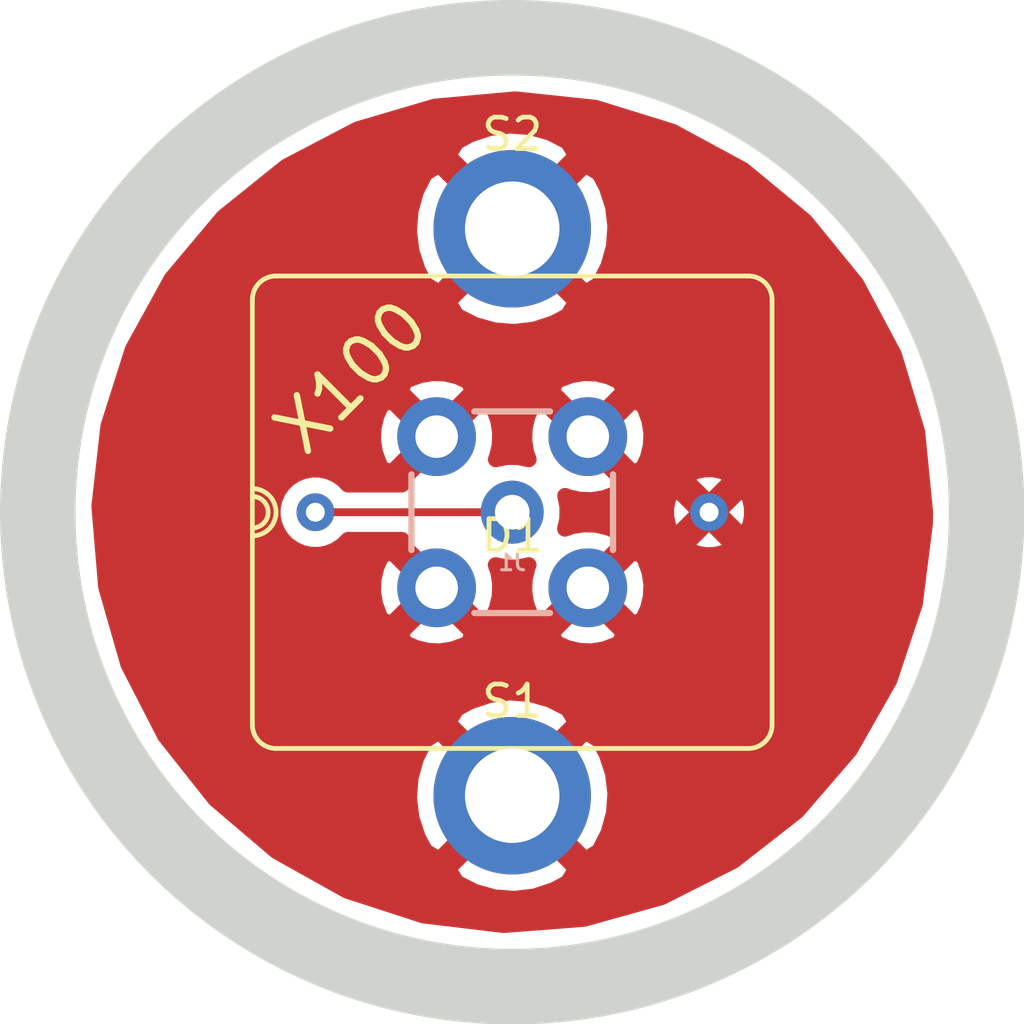
<source format=kicad_pcb>
(kicad_pcb (version 4) (host pcbnew 4.0.6)

  (general
    (links 0)
    (no_connects 0)
    (area 93.237131 64.937131 125.762869 97.462869)
    (thickness 1.6)
    (drawings 2)
    (tracks 2)
    (zones 0)
    (modules 4)
    (nets 3)
  )

  (page A4)
  (layers
    (0 F.Cu signal)
    (31 B.Cu signal)
    (32 B.Adhes user)
    (33 F.Adhes user)
    (34 B.Paste user)
    (35 F.Paste user)
    (36 B.SilkS user)
    (37 F.SilkS user)
    (38 B.Mask user)
    (39 F.Mask user)
    (40 Dwgs.User user)
    (41 Cmts.User user)
    (42 Eco1.User user)
    (43 Eco2.User user)
    (44 Edge.Cuts user)
    (45 Margin user)
    (46 B.CrtYd user)
    (47 F.CrtYd user)
    (48 B.Fab user)
    (49 F.Fab user)
  )

  (setup
    (last_trace_width 0.25)
    (trace_clearance 0.2)
    (zone_clearance 0.5)
    (zone_45_only no)
    (trace_min 0.2)
    (segment_width 0.2)
    (edge_width 0.15)
    (via_size 0.6)
    (via_drill 0.4)
    (via_min_size 0.4)
    (via_min_drill 0.3)
    (uvia_size 0.3)
    (uvia_drill 0.1)
    (uvias_allowed no)
    (uvia_min_size 0.2)
    (uvia_min_drill 0.1)
    (pcb_text_width 0.3)
    (pcb_text_size 1.5 1.5)
    (mod_edge_width 0.15)
    (mod_text_size 1 1)
    (mod_text_width 0.15)
    (pad_size 5 5)
    (pad_drill 3)
    (pad_to_mask_clearance 0.2)
    (aux_axis_origin 0 0)
    (visible_elements FFFFFF7F)
    (pcbplotparams
      (layerselection 0x00030_80000001)
      (usegerberextensions false)
      (excludeedgelayer true)
      (linewidth 0.050000)
      (plotframeref false)
      (viasonmask false)
      (mode 1)
      (useauxorigin false)
      (hpglpennumber 1)
      (hpglpenspeed 20)
      (hpglpendiameter 15)
      (hpglpenoverlay 2)
      (psnegative false)
      (psa4output false)
      (plotreference true)
      (plotvalue true)
      (plotinvisibletext false)
      (padsonsilk false)
      (subtractmaskfromsilk false)
      (outputformat 1)
      (mirror false)
      (drillshape 1)
      (scaleselection 1)
      (outputdirectory ""))
  )

  (net 0 "")
  (net 1 "Net-(D1-Pad1)")
  (net 2 "Net-(D1-Pad2)")

  (net_class Default "This is the default net class."
    (clearance 0.2)
    (trace_width 0.25)
    (via_dia 0.6)
    (via_drill 0.4)
    (uvia_dia 0.3)
    (uvia_drill 0.1)
    (add_net "Net-(D1-Pad1)")
    (add_net "Net-(D1-Pad2)")
  )

  (module local:X100-7-THD (layer F.Cu) (tedit 5A193BFD) (tstamp 5A193DFF)
    (at 109.5 81.2)
    (path /5A19395C)
    (fp_text reference D1 (at 0 0.75) (layer F.SilkS)
      (effects (font (size 1 1) (thickness 0.15)))
    )
    (fp_text value X100 (at 0 -1.25) (layer F.Fab)
      (effects (font (size 1 1) (thickness 0.15)))
    )
    (fp_arc (start -7.5 -6.75) (end -8.25 -6.75) (angle 90) (layer F.SilkS) (width 0.15))
    (fp_arc (start 7.5 -6.75) (end 7.5 -7.5) (angle 90) (layer F.SilkS) (width 0.15))
    (fp_arc (start 7.5 6.75) (end 8.25 6.75) (angle 90) (layer F.SilkS) (width 0.15))
    (fp_arc (start -7.5 6.75) (end -7.5 7.5) (angle 90) (layer F.SilkS) (width 0.15))
    (fp_arc (start -8.25 0) (end -8.25 -0.75) (angle 180) (layer F.SilkS) (width 0.15))
    (fp_arc (start -8.25 0) (end -8.25 -0.5) (angle 180) (layer F.SilkS) (width 0.15))
    (fp_line (start -8.25 6.75) (end -8.25 -6.75) (layer F.SilkS) (width 0.15))
    (fp_line (start 7.5 7.5) (end -7.5 7.5) (layer F.SilkS) (width 0.15))
    (fp_line (start 8.25 -6.75) (end 8.25 6.75) (layer F.SilkS) (width 0.15))
    (fp_line (start -7.5 -7.5) (end 7.5 -7.5) (layer F.SilkS) (width 0.15))
    (pad 1 thru_hole circle (at -6.25 0) (size 1.2 1.2) (drill 0.6) (layers *.Cu *.Mask)
      (net 1 "Net-(D1-Pad1)"))
    (pad 2 thru_hole circle (at 6.25 0) (size 1.2 1.2) (drill 0.6) (layers *.Cu *.Mask)
      (net 2 "Net-(D1-Pad2)"))
  )

  (module local:SMA_STRAIGHT_PCB_LPRS (layer B.Cu) (tedit 5A193AE9) (tstamp 5A193E0C)
    (at 109.5 81.2)
    (path /5A1938D0)
    (fp_text reference J1 (at 0 1.6) (layer B.SilkS)
      (effects (font (size 0.5 0.5) (thickness 0.1)) (justify mirror))
    )
    (fp_text value SMA (at 0 4.4) (layer B.Fab)
      (effects (font (size 0.5 0.5) (thickness 0.1)) (justify mirror))
    )
    (fp_line (start -3.2 -1.2) (end -3.2 1.2) (layer B.SilkS) (width 0.2))
    (fp_line (start 1.2 -3.2) (end -1.2 -3.2) (layer B.SilkS) (width 0.2))
    (fp_line (start 3.2 1.2) (end 3.2 -1.2) (layer B.SilkS) (width 0.2))
    (fp_line (start -1.2 3.2) (end 1.2 3.2) (layer B.SilkS) (width 0.2))
    (pad 1 thru_hole circle (at 0 0) (size 2 2) (drill 1.1) (layers *.Cu *.Mask)
      (net 1 "Net-(D1-Pad1)"))
    (pad 2 thru_hole circle (at -2.4 2.4) (size 2.5 2.5) (drill 1.35) (layers *.Cu *.Mask)
      (net 2 "Net-(D1-Pad2)"))
    (pad 3 thru_hole circle (at 2.4 2.4) (size 2.5 2.5) (drill 1.35) (layers *.Cu *.Mask)
      (net 2 "Net-(D1-Pad2)"))
    (pad 4 thru_hole circle (at 2.4 -2.4) (size 2.5 2.5) (drill 1.35) (layers *.Cu *.Mask)
      (net 2 "Net-(D1-Pad2)"))
    (pad 5 thru_hole circle (at -2.4 -2.4) (size 2.5 2.5) (drill 1.35) (layers *.Cu *.Mask)
      (net 2 "Net-(D1-Pad2)"))
  )

  (module Measurement_Points:Measurement_Point_Round-TH_Big (layer F.Cu) (tedit 5A193F77) (tstamp 5A193F64)
    (at 109.5 90.2)
    (descr "Mesurement Point, Round, Trough Hole,  DM 3mm, Drill 1.5mm,")
    (tags "Mesurement Point Round Trough Hole 3mm 1.5mm")
    (path /5A193E80)
    (attr virtual)
    (fp_text reference S1 (at 0 -3) (layer F.SilkS)
      (effects (font (size 1 1) (thickness 0.15)))
    )
    (fp_text value M2 (at 0 3) (layer F.Fab)
      (effects (font (size 1 1) (thickness 0.15)))
    )
    (fp_circle (center 0 0) (end 1.75 0) (layer F.CrtYd) (width 0.05))
    (pad 1 thru_hole circle (at 0 0) (size 5 5) (drill 3) (layers *.Cu *.Mask)
      (net 2 "Net-(D1-Pad2)"))
  )

  (module Measurement_Points:Measurement_Point_Round-TH_Big (layer F.Cu) (tedit 5A193F6C) (tstamp 5A193F6A)
    (at 109.5 72.2)
    (descr "Mesurement Point, Round, Trough Hole,  DM 3mm, Drill 1.5mm,")
    (tags "Mesurement Point Round Trough Hole 3mm 1.5mm")
    (path /5A193F66)
    (attr virtual)
    (fp_text reference S2 (at 0 -3) (layer F.SilkS)
      (effects (font (size 1 1) (thickness 0.15)))
    )
    (fp_text value M2 (at 0 3) (layer F.Fab)
      (effects (font (size 1 1) (thickness 0.15)))
    )
    (fp_circle (center 0 0) (end 1.75 0) (layer F.CrtYd) (width 0.05))
    (pad 1 thru_hole circle (at 0 0) (size 5 5) (drill 3) (layers *.Cu *.Mask)
      (net 2 "Net-(D1-Pad2)"))
  )

  (gr_text X100 (at 104.4 76.9 45) (layer F.SilkS)
    (effects (font (size 1.5 1.5) (thickness 0.2)))
  )
  (gr_circle (center 109.5 81.2) (end 120.3 91.7) (layer Edge.Cuts) (width 2.4))

  (segment (start 109.5 81.2) (end 108.085787 81.2) (width 0.25) (layer F.Cu) (net 1))
  (segment (start 108.085787 81.2) (end 103.25 81.2) (width 0.25) (layer F.Cu) (net 1))

  (zone (net 2) (net_name "Net-(D1-Pad2)") (layer F.Cu) (tstamp 0) (hatch edge 0.508)
    (connect_pads (clearance 0.5))
    (min_thickness 0.5)
    (fill yes (arc_segments 32) (thermal_gap 0.508) (thermal_bridge_width 0.9))
    (polygon
      (pts
        (xy 95.5 67.2) (xy 123.5 67.2) (xy 123.5 95.2) (xy 95.5 95.2)
      )
    )
    (filled_polygon
      (pts
        (xy 112.136708 68.354959) (xy 114.581441 69.11173) (xy 116.832623 70.32894) (xy 118.804507 71.960225) (xy 120.421986 73.94345)
        (xy 121.62345 76.203074) (xy 122.363135 78.653031) (xy 122.612868 81.2) (xy 122.607755 81.566133) (xy 122.287005 84.105136)
        (xy 121.479201 86.533484) (xy 120.215113 88.758681) (xy 118.54289 90.69597) (xy 116.526226 92.271561) (xy 114.241935 93.425439)
        (xy 111.777026 94.113654) (xy 109.225385 94.309992) (xy 106.684204 94.006975) (xy 104.250276 93.216144) (xy 103.000623 92.517736)
        (xy 107.465107 92.517736) (xy 107.741128 92.961141) (xy 108.313596 93.251226) (xy 108.931657 93.424053) (xy 109.571559 93.472982)
        (xy 110.208712 93.396133) (xy 110.818628 93.196457) (xy 111.258872 92.961141) (xy 111.534893 92.517736) (xy 109.5 90.482843)
        (xy 107.465107 92.517736) (xy 103.000623 92.517736) (xy 102.016308 91.967621) (xy 100.067392 90.308964) (xy 100.037746 90.271559)
        (xy 106.227018 90.271559) (xy 106.303867 90.908712) (xy 106.503543 91.518628) (xy 106.738859 91.958872) (xy 107.182264 92.234893)
        (xy 109.217157 90.2) (xy 109.782843 90.2) (xy 111.817736 92.234893) (xy 112.261141 91.958872) (xy 112.551226 91.386404)
        (xy 112.724053 90.768343) (xy 112.772982 90.128441) (xy 112.696133 89.491288) (xy 112.496457 88.881372) (xy 112.261141 88.441128)
        (xy 111.817736 88.165107) (xy 109.782843 90.2) (xy 109.217157 90.2) (xy 107.182264 88.165107) (xy 106.738859 88.441128)
        (xy 106.448774 89.013596) (xy 106.275947 89.631657) (xy 106.227018 90.271559) (xy 100.037746 90.271559) (xy 98.477761 88.303348)
        (xy 98.261354 87.882264) (xy 107.465107 87.882264) (xy 109.5 89.917157) (xy 111.534893 87.882264) (xy 111.258872 87.438859)
        (xy 110.686404 87.148774) (xy 110.068343 86.975947) (xy 109.428441 86.927018) (xy 108.791288 87.003867) (xy 108.181372 87.203543)
        (xy 107.741128 87.438859) (xy 107.465107 87.882264) (xy 98.261354 87.882264) (xy 97.307964 86.027169) (xy 97.021 85.026406)
        (xy 105.956437 85.026406) (xy 106.081661 85.341885) (xy 106.441053 85.507083) (xy 106.825768 85.598993) (xy 107.221021 85.614083)
        (xy 107.611624 85.551773) (xy 107.982565 85.414457) (xy 108.118339 85.341885) (xy 108.243563 85.026406) (xy 110.756437 85.026406)
        (xy 110.881661 85.341885) (xy 111.241053 85.507083) (xy 111.625768 85.598993) (xy 112.021021 85.614083) (xy 112.411624 85.551773)
        (xy 112.782565 85.414457) (xy 112.918339 85.341885) (xy 113.043563 85.026406) (xy 111.9 83.882843) (xy 110.756437 85.026406)
        (xy 108.243563 85.026406) (xy 107.1 83.882843) (xy 105.956437 85.026406) (xy 97.021 85.026406) (xy 96.646687 83.721021)
        (xy 105.085917 83.721021) (xy 105.148227 84.111624) (xy 105.285543 84.482565) (xy 105.358115 84.618339) (xy 105.673594 84.743563)
        (xy 106.817157 83.6) (xy 105.673594 82.456437) (xy 105.358115 82.581661) (xy 105.192917 82.941053) (xy 105.101007 83.325768)
        (xy 105.085917 83.721021) (xy 96.646687 83.721021) (xy 96.602557 83.567124) (xy 96.413316 81.313512) (xy 101.898226 81.313512)
        (xy 101.946018 81.573911) (xy 102.043478 81.820068) (xy 102.186895 82.042607) (xy 102.370805 82.233051) (xy 102.588203 82.384147)
        (xy 102.830809 82.490139) (xy 103.089381 82.546989) (xy 103.354072 82.552534) (xy 103.614798 82.506561) (xy 103.86163 82.410821)
        (xy 104.085164 82.268962) (xy 104.276888 82.086386) (xy 104.28492 82.075) (xy 105.995572 82.075) (xy 105.956437 82.173594)
        (xy 107.1 83.317157) (xy 107.114142 83.303015) (xy 107.396985 83.585858) (xy 107.382843 83.6) (xy 108.526406 84.743563)
        (xy 108.841885 84.618339) (xy 109.007083 84.258947) (xy 109.098993 83.874232) (xy 109.114083 83.478979) (xy 109.051773 83.088376)
        (xy 108.973172 82.876045) (xy 109.29179 82.946098) (xy 109.634908 82.953285) (xy 109.972887 82.893691) (xy 110.023757 82.87396)
        (xy 109.992917 82.941053) (xy 109.901007 83.325768) (xy 109.885917 83.721021) (xy 109.948227 84.111624) (xy 110.085543 84.482565)
        (xy 110.158115 84.618339) (xy 110.473594 84.743563) (xy 111.617157 83.6) (xy 112.182843 83.6) (xy 113.326406 84.743563)
        (xy 113.641885 84.618339) (xy 113.807083 84.258947) (xy 113.898993 83.874232) (xy 113.914083 83.478979) (xy 113.851773 83.088376)
        (xy 113.714457 82.717435) (xy 113.641885 82.581661) (xy 113.326406 82.456437) (xy 112.182843 83.6) (xy 111.617157 83.6)
        (xy 111.603015 83.585858) (xy 111.885858 83.303015) (xy 111.9 83.317157) (xy 113.043563 82.173594) (xy 113.038247 82.160199)
        (xy 115.072644 82.160199) (xy 115.11839 82.409596) (xy 115.366507 82.509575) (xy 115.629361 82.559228) (xy 115.896852 82.556647)
        (xy 116.158699 82.50193) (xy 116.38161 82.409596) (xy 116.427356 82.160199) (xy 115.75 81.482843) (xy 115.072644 82.160199)
        (xy 113.038247 82.160199) (xy 112.918339 81.858115) (xy 112.558947 81.692917) (xy 112.174232 81.601007) (xy 111.778979 81.585917)
        (xy 111.388376 81.648227) (xy 111.174884 81.727258) (xy 111.244602 81.420394) (xy 111.249364 81.079361) (xy 114.390772 81.079361)
        (xy 114.393353 81.346852) (xy 114.44807 81.608699) (xy 114.540404 81.83161) (xy 114.789801 81.877356) (xy 115.467157 81.2)
        (xy 116.032843 81.2) (xy 116.710199 81.877356) (xy 116.959596 81.83161) (xy 117.059575 81.583493) (xy 117.109228 81.320639)
        (xy 117.106647 81.053148) (xy 117.05193 80.791301) (xy 116.959596 80.56839) (xy 116.710199 80.522644) (xy 116.032843 81.2)
        (xy 115.467157 81.2) (xy 114.789801 80.522644) (xy 114.540404 80.56839) (xy 114.440425 80.816507) (xy 114.390772 81.079361)
        (xy 111.249364 81.079361) (xy 111.250076 81.028404) (xy 111.183416 80.691747) (xy 111.177742 80.677982) (xy 111.241053 80.707083)
        (xy 111.625768 80.798993) (xy 112.021021 80.814083) (xy 112.411624 80.751773) (xy 112.782565 80.614457) (xy 112.918339 80.541885)
        (xy 113.038246 80.239801) (xy 115.072644 80.239801) (xy 115.75 80.917157) (xy 116.427356 80.239801) (xy 116.38161 79.990404)
        (xy 116.133493 79.890425) (xy 115.870639 79.840772) (xy 115.603148 79.843353) (xy 115.341301 79.89807) (xy 115.11839 79.990404)
        (xy 115.072644 80.239801) (xy 113.038246 80.239801) (xy 113.043563 80.226406) (xy 111.9 79.082843) (xy 111.885858 79.096985)
        (xy 111.603015 78.814142) (xy 111.617157 78.8) (xy 112.182843 78.8) (xy 113.326406 79.943563) (xy 113.641885 79.818339)
        (xy 113.807083 79.458947) (xy 113.898993 79.074232) (xy 113.914083 78.678979) (xy 113.851773 78.288376) (xy 113.714457 77.917435)
        (xy 113.641885 77.781661) (xy 113.326406 77.656437) (xy 112.182843 78.8) (xy 111.617157 78.8) (xy 110.473594 77.656437)
        (xy 110.158115 77.781661) (xy 109.992917 78.141053) (xy 109.901007 78.525768) (xy 109.885917 78.921021) (xy 109.948227 79.311624)
        (xy 110.02643 79.52288) (xy 110.019993 79.520174) (xy 109.68381 79.451165) (xy 109.340626 79.448769) (xy 109.003512 79.513077)
        (xy 108.977341 79.523651) (xy 109.007083 79.458947) (xy 109.098993 79.074232) (xy 109.114083 78.678979) (xy 109.051773 78.288376)
        (xy 108.914457 77.917435) (xy 108.841885 77.781661) (xy 108.526406 77.656437) (xy 107.382843 78.8) (xy 107.396985 78.814142)
        (xy 107.114142 79.096985) (xy 107.1 79.082843) (xy 105.956437 80.226406) (xy 105.995572 80.325) (xy 104.283728 80.325)
        (xy 104.114686 80.154774) (xy 103.895199 80.006729) (xy 103.651137 79.904134) (xy 103.391796 79.850899) (xy 103.127054 79.849051)
        (xy 102.866995 79.89866) (xy 102.621524 79.997836) (xy 102.399992 80.142803) (xy 102.210836 80.328038) (xy 102.061262 80.546486)
        (xy 101.956966 80.789826) (xy 101.901922 81.048789) (xy 101.898226 81.313512) (xy 96.413316 81.313512) (xy 96.38841 81.016916)
        (xy 96.623502 78.921021) (xy 105.085917 78.921021) (xy 105.148227 79.311624) (xy 105.285543 79.682565) (xy 105.358115 79.818339)
        (xy 105.673594 79.943563) (xy 106.817157 78.8) (xy 105.673594 77.656437) (xy 105.358115 77.781661) (xy 105.192917 78.141053)
        (xy 105.101007 78.525768) (xy 105.085917 78.921021) (xy 96.623502 78.921021) (xy 96.67368 78.473681) (xy 97.022648 77.373594)
        (xy 105.956437 77.373594) (xy 107.1 78.517157) (xy 108.243563 77.373594) (xy 110.756437 77.373594) (xy 111.9 78.517157)
        (xy 113.043563 77.373594) (xy 112.918339 77.058115) (xy 112.558947 76.892917) (xy 112.174232 76.801007) (xy 111.778979 76.785917)
        (xy 111.388376 76.848227) (xy 111.017435 76.985543) (xy 110.881661 77.058115) (xy 110.756437 77.373594) (xy 108.243563 77.373594)
        (xy 108.118339 77.058115) (xy 107.758947 76.892917) (xy 107.374232 76.801007) (xy 106.978979 76.785917) (xy 106.588376 76.848227)
        (xy 106.217435 76.985543) (xy 106.081661 77.058115) (xy 105.956437 77.373594) (xy 97.022648 77.373594) (xy 97.4475 76.034292)
        (xy 98.281233 74.517736) (xy 107.465107 74.517736) (xy 107.741128 74.961141) (xy 108.313596 75.251226) (xy 108.931657 75.424053)
        (xy 109.571559 75.472982) (xy 110.208712 75.396133) (xy 110.818628 75.196457) (xy 111.258872 74.961141) (xy 111.534893 74.517736)
        (xy 109.5 72.482843) (xy 107.465107 74.517736) (xy 98.281233 74.517736) (xy 98.680396 73.791662) (xy 99.955913 72.271559)
        (xy 106.227018 72.271559) (xy 106.303867 72.908712) (xy 106.503543 73.518628) (xy 106.738859 73.958872) (xy 107.182264 74.234893)
        (xy 109.217157 72.2) (xy 109.782843 72.2) (xy 111.817736 74.234893) (xy 112.261141 73.958872) (xy 112.551226 73.386404)
        (xy 112.724053 72.768343) (xy 112.772982 72.128441) (xy 112.696133 71.491288) (xy 112.496457 70.881372) (xy 112.261141 70.441128)
        (xy 111.817736 70.165107) (xy 109.782843 72.2) (xy 109.217157 72.2) (xy 107.182264 70.165107) (xy 106.738859 70.441128)
        (xy 106.448774 71.013596) (xy 106.275947 71.631657) (xy 106.227018 72.271559) (xy 99.955913 72.271559) (xy 100.325407 71.831214)
        (xy 102.319876 70.22762) (xy 102.980481 69.882264) (xy 107.465107 69.882264) (xy 109.5 71.917157) (xy 111.534893 69.882264)
        (xy 111.258872 69.438859) (xy 110.686404 69.148774) (xy 110.068343 68.975947) (xy 109.428441 68.927018) (xy 108.791288 69.003867)
        (xy 108.181372 69.203543) (xy 107.741128 69.438859) (xy 107.465107 69.882264) (xy 102.980481 69.882264) (xy 104.587833 69.041961)
        (xy 107.042894 68.319397) (xy 109.591544 68.087452)
      )
    )
  )
)

</source>
